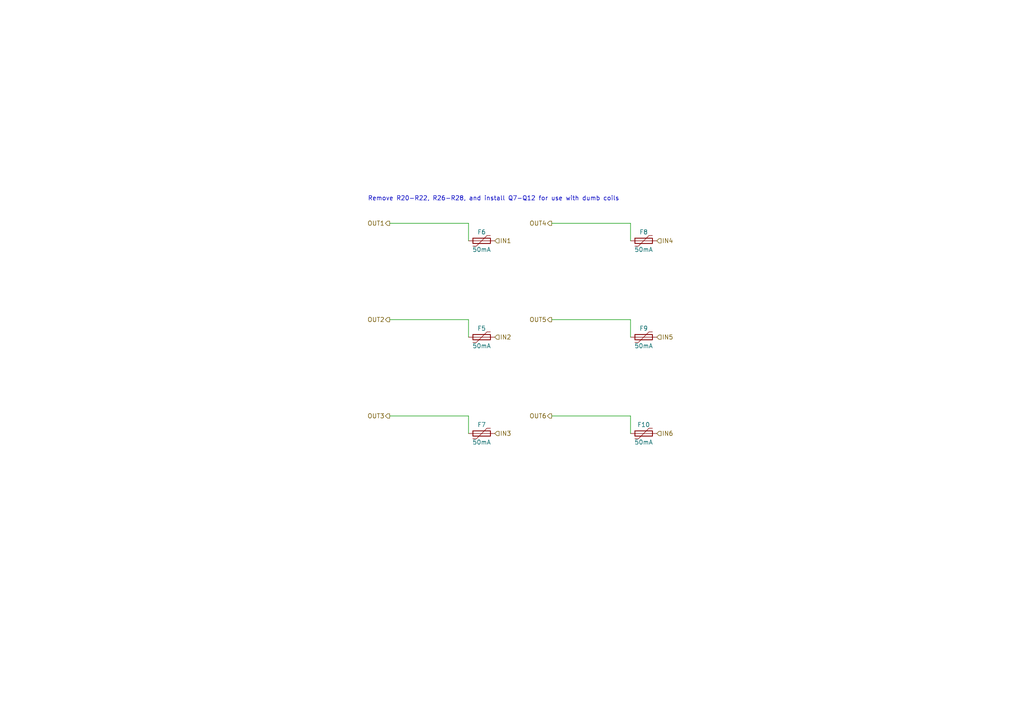
<source format=kicad_sch>
(kicad_sch (version 20231120) (generator "eeschema") (generator_version "8.0")
  (paper "A4")
  (title_block (title "UAEFI") (date "2025-04-30") (rev "E") (company "rusEFI.com"))
  (lib_symbols
    (symbol "Device:Polyfuse" (pin_numbers hide) (pin_names (offset 0))
      (property "Reference" "F" (at -2.54 0 90))
      (property "Value" "Polyfuse" (at 2.54 0 90))
      (symbol "Polyfuse_0_1"
        (rectangle (start -0.762 2.54) (end 0.762 -2.54) (stroke (width 0.254)))
        (polyline (pts (xy 0 2.54) (xy 0 -2.54)))
        (polyline (pts (xy -1.524 2.54) (xy -1.524 1.524) (xy 1.524 -1.524) (xy 1.524 -2.54)))
      )
      (symbol "Polyfuse_1_1"
        (pin passive line (at 0 3.81 270) (length 1.27) (name "~") (number "1"))
        (pin passive line (at 0 -3.81 90) (length 1.27) (name "~") (number "2"))
      )
    )
  )
  (wire (pts (xy 182.88 64.77) (xy 182.88 69.85)))
  (wire (pts (xy 160.02 64.77) (xy 182.88 64.77)))
  (wire (pts (xy 113.03 120.65) (xy 135.89 120.65)))
  (wire (pts (xy 135.89 92.71) (xy 135.89 97.79)))
  (wire (pts (xy 135.89 120.65) (xy 135.89 125.73)))
  (wire (pts (xy 160.02 120.65) (xy 182.88 120.65)))
  (wire (pts (xy 113.03 64.77) (xy 135.89 64.77)))
  (wire (pts (xy 113.03 92.71) (xy 135.89 92.71)))
  (wire (pts (xy 160.02 92.71) (xy 182.88 92.71)))
  (wire (pts (xy 182.88 92.71) (xy 182.88 97.79)))
  (wire (pts (xy 182.88 120.65) (xy 182.88 125.73)))
  (wire (pts (xy 135.89 64.77) (xy 135.89 69.85)))
  (text "Remove R20-R22, R26-R28, and install Q7-Q12 for use with dumb coils" (at 106.68 58.42 0) (effects (font (size 1.27 1.27)) (justify left bottom)))
  (hierarchical_label "IN5" (shape input) (at 190.5 97.79 0))
  (hierarchical_label "OUT1" (shape output) (at 113.03 64.77 180))
  (hierarchical_label "OUT3" (shape output) (at 113.03 120.65 180))
  (hierarchical_label "IN2" (shape input) (at 143.51 97.79 0))
  (hierarchical_label "IN6" (shape input) (at 190.5 125.73 0))
  (hierarchical_label "OUT6" (shape output) (at 160.02 120.65 180))
  (hierarchical_label "OUT5" (shape output) (at 160.02 92.71 180))
  (hierarchical_label "OUT2" (shape output) (at 113.03 92.71 180))
  (hierarchical_label "IN3" (shape input) (at 143.51 125.73 0))
  (hierarchical_label "IN1" (shape input) (at 143.51 69.85 0))
  (hierarchical_label "OUT4" (shape output) (at 160.02 64.77 180))
  (hierarchical_label "IN4" (shape input) (at 190.5 69.85 0))
  (symbol (lib_id "Device:Polyfuse") (at 186.69 125.73 90) (unit 1)
    (property "Reference" "F10" (at 186.69 123.19 90))
    (property "Value" "50mA" (at 186.69 128.27 90))
    (property "Footprint" "Fuse:Fuse_0603_1608Metric" (effects (hide yes)))
    (property "LCSC" "C369141" (effects (hide yes)))
  )
  (symbol (lib_id "Device:Polyfuse") (at 186.69 97.79 90) (unit 1)
    (property "Reference" "F9" (at 186.69 95.25 90))
    (property "Value" "50mA" (at 186.69 100.33 90))
    (property "Footprint" "Fuse:Fuse_0603_1608Metric" (effects (hide yes)))
    (property "LCSC" "C369141" (effects (hide yes)))
  )
  (symbol (lib_id "Device:Polyfuse") (at 139.7 69.85 90) (unit 1)
    (property "Reference" "F6" (at 139.7 67.31 90))
    (property "Value" "50mA" (at 139.7 72.39 90))
    (property "Footprint" "Fuse:Fuse_0603_1608Metric" (effects (hide yes)))
    (property "LCSC" "C369141" (effects (hide yes)))
  )
  (symbol (lib_id "Device:Polyfuse") (at 139.7 97.79 90) (unit 1)
    (property "Reference" "F5" (at 139.7 95.25 90))
    (property "Value" "50mA" (at 139.7 100.33 90))
    (property "Footprint" "Fuse:Fuse_0603_1608Metric" (effects (hide yes)))
    (property "LCSC" "C369141" (effects (hide yes)))
  )
  (symbol (lib_id "Device:Polyfuse") (at 186.69 69.85 90) (unit 1)
    (property "Reference" "F8" (at 186.69 67.31 90))
    (property "Value" "50mA" (at 186.69 72.39 90))
    (property "Footprint" "Fuse:Fuse_0603_1608Metric" (effects (hide yes)))
    (property "LCSC" "C369141" (effects (hide yes)))
  )
  (symbol (lib_id "Device:Polyfuse") (at 139.7 125.73 90) (unit 1)
    (property "Reference" "F7" (at 139.7 123.19 90))
    (property "Value" "50mA" (at 139.7 128.27 90))
    (property "Footprint" "Fuse:Fuse_0603_1608Metric" (effects (hide yes)))
    (property "LCSC" "C369141" (effects (hide yes)))
  )
)
</source>
